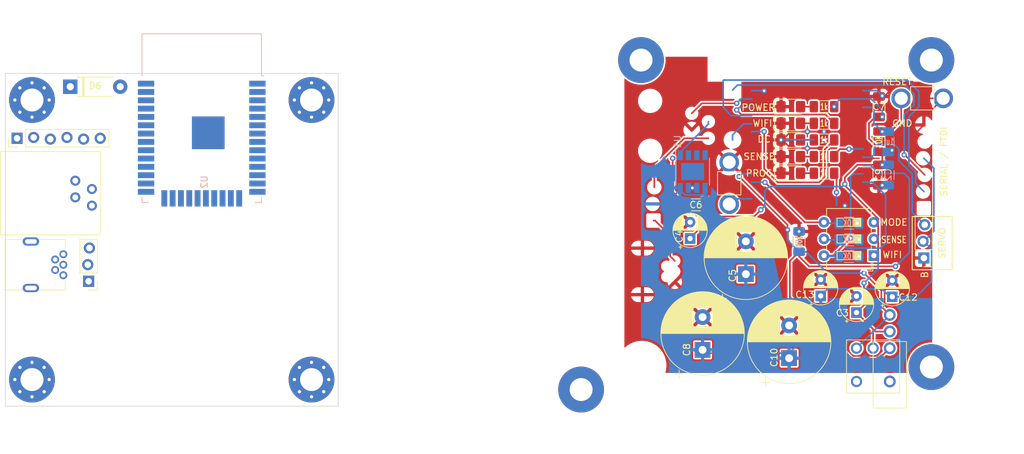
<source format=kicad_pcb>
(kicad_pcb (version 20211014) (generator pcbnew)
  (layers (0 "F.Cu" signal) (31 "B.Cu" signal) (34 "B.Paste" user) (35 "F.Paste" user) (36 "B.SilkS" user "B.Silkscreen") (37 "F.SilkS" user "F.Silkscreen") (38 "B.Mask" user) (39 "F.Mask" user) (44 "Edge.Cuts" user))
  (net 0 "")
  (net 1 "GND")
  (net 2 "Net-(D1-Pad2)")
  (net 3 "Net-(D2-Pad2)")
  (net 4 "Net-(D3-Pad2)")
  (net 5 "Net-(D4-Pad2)")
  (net 6 "Net-(D5-Pad2)")
  (net 7 "/RXD_5V")
  (net 8 "/RXD")
  (net 9 "+3.3V")
  (net 10 "/WIFI_STATUS")
  (net 11 "/DC_STATUS")
  (net 12 "/SENSE_LED")
  (net 13 "/GPIO_13")
  (net 14 "/MAN_ON")
  (net 15 "/MAN_OFF")
  (net 16 "/WIFI_E")
  (net 17 "/SENSE_E")
  (net 18 "/MODE")
  (net 19 "/RESET")
  (net 20 "VCC")
  (net 31 "/GPIO_0")
  (net 39 "/TXD")
  (net 41 "/SERVO")
  (net 44 "Net-(J3-Pad1)")
  (net 48 "/SENSE")
  (net 49 "Net-(J4-Pad4)")
  (footprint "LED_SMD:LED_1206_3216Metric_Pad1.42x1.75mm_HandSolder" (layer "F.Cu") (at 195.58 73.66)
    (fp_text reference "D4" hide)
    (fp_text value "LED")
  )
  (footprint "Resistor_SMD:R_1206_3216Metric_Pad1.30x1.75mm_HandSolder" (layer "F.Cu") (at 200.66 68.58)
    (fp_text reference "R2")
    (fp_text value "1k")
  )
  (footprint "Resistor_SMD:R_1206_3216Metric_Pad1.30x1.75mm_HandSolder" (layer "F.Cu") (at 200.66 66.04)
    (fp_text reference "R1")
    (fp_text value "1k")
  )
  (footprint "Resistor_SMD:R_1206_3216Metric_Pad1.30x1.75mm_HandSolder" (layer "F.Cu") (at 196.85 86.64 90)
    (fp_text reference "R7" hide)
    (fp_text value "10K")
  )
  (footprint "00_Adams_footprints:BST13T1AVR" (layer "F.Cu") (at 210.693 102.909 90)
    (fp_text reference "SW2" hide)
    (fp_text value "SW_SPDT_MSM")
  )
  (footprint "LED_SMD:LED_1206_3216Metric_Pad1.42x1.75mm_HandSolder" (layer "F.Cu") (at 195.58 66.04)
    (fp_text reference "D1" hide)
    (fp_text value "LED")
  )
  (footprint "00_Adams_footprints:PinHeader_1x03_0.1in lock" (layer "F.Cu") (at 215.9 89.139 180)
    (fp_text reference "J1" hide)
    (fp_text value "Conn_01x03_Male")
  )
  (footprint "MountingHole:MountingHole_3.5mm_Pad_TopBottom" (layer "F.Cu") (at 217.043 58.928)
    (fp_text reference "REF**" hide)
    (fp_text value "MountingHole_3.5mm_Pad_TopBottom")
  )
  (footprint "Resistor_SMD:R_1206_3216Metric_Pad1.30x1.75mm_HandSolder" (layer "F.Cu") (at 200.66 71.12)
    (fp_text reference "R3")
    (fp_text value "1k")
  )
  (footprint "Capacitor_THT:CP_Radial_D5.0mm_P2.50mm" (layer "F.Cu") (at 211.074 95.058113 90)
    (fp_text reference "C12")
    (fp_text value "100uf")
  )
  (footprint "projectLib:pb CKN12301-ND" (layer "F.Cu") (at 186.182 77.724 180)
    (fp_text reference "PROG1" hide)
    (fp_text value "SW_Push")
  )
  (footprint "Capacitor_SMD:C_1206_3216Metric_Pad1.33x1.80mm_HandSolder" (layer "F.Cu") (at 181.102 81.026)
    (fp_text reference "C6")
    (fp_text value "0.1uf")
  )
  (footprint "MountingHole:MountingHole_3.5mm_Pad" (layer "F.Cu") (at 217.043 105.791)
    (fp_text reference "REF**" hide)
    (fp_text value "MountingHole_3.5mm_Pad")
  )
  (footprint "MountingHole:MountingHole_3.5mm_Pad" (layer "F.Cu") (at 163.576 109.22 90)
    (fp_text reference "REF**" hide)
    (fp_text value "MountingHole_3.5mm_Pad")
  )
  (footprint "Capacitor_SMD:C_1206_3216Metric_Pad1.33x1.80mm_HandSolder" (layer "F.Cu") (at 209.042 76.48 -90)
    (fp_text reference "C9")
    (fp_text value "0.1uf")
  )
  (footprint "projectLib:usb" (layer "F.Cu") (at 75.639 90.17 -90)
    (fp_text reference "J3" hide)
    (fp_text value "USB_B_Micro" hide)
  )
  (footprint "MountingHole:MountingHole_3.5mm_Pad_Via" (layer "F.Cu") (at 122.428 107.696)
    (fp_text reference "REF**" hide)
    (fp_text value "MountingHole_3.5mm_Pad_Via" hide)
  )
  (footprint "Capacitor_THT:CP_Radial_D12.5mm_P5.00mm" (layer "F.Cu") (at 195.326 104.431959 90)
    (fp_text reference "C10")
    (fp_text value "1000uf")
  )
  (footprint "MountingHole:MountingHole_3.5mm_Pad_Via" (layer "F.Cu") (at 122.428 65.024)
    (fp_text reference "REF**" hide)
    (fp_text value "MountingHole_3.5mm_Pad_Via" hide)
  )
  (footprint "Capacitor_THT:CP_Radial_D5.0mm_P2.50mm" (layer "F.Cu") (at 180.213 86.168113 90)
    (fp_text reference "C4")
    (fp_text value "100uf")
  )
  (footprint "00_Adams_footprints:PinHeader_1x03_0.1in lock" (layer "F.Cu") (at 88.392 92.695 180)
    (fp_text reference "J5" hide)
    (fp_text value "Conn_01x03_Male" hide)
  )
  (footprint "Capacitor_THT:CP_Radial_D12.5mm_P5.00mm" (layer "F.Cu") (at 182.118 103.161959 90)
    (fp_text reference "C8")
    (fp_text value "1000uf")
  )
  (footprint "Resistor_SMD:R_1206_3216Metric_Pad1.30x1.75mm_HandSolder" (layer "F.Cu") (at 209.042 71.374 -90)
    (fp_text reference "R11" hide)
    (fp_text value "10K")
  )
  (footprint "Capacitor_THT:CP_Radial_D5.0mm_P2.50mm" (layer "F.Cu") (at 205.613 97.471113 90)
    (fp_text reference "C3")
    (fp_text value "100uf")
  )
  (footprint "MountingHole:MountingHole_3.5mm_Pad_Via" (layer "F.Cu") (at 79.756 65.024)
    (fp_text reference "REF**" hide)
    (fp_text value "MountingHole_3.5mm_Pad_Via" hide)
  )
  (footprint "00_Adams_footprints:PinHeader_1x06, .1in Lock" (layer "F.Cu") (at 77.47 70.866 90)
    (fp_text reference "J2" hide)
    (fp_text value "Conn_01x06_Male" hide)
  )
  (footprint "Capacitor_THT:CP_Radial_D5.0mm_P2.50mm" (layer "F.Cu") (at 200.152 94.931113 90)
    (fp_text reference "C13")
    (fp_text value "100uf")
  )
  (footprint "LED_SMD:LED_1206_3216Metric_Pad1.42x1.75mm_HandSolder" (layer "F.Cu") (at 195.58 76.2)
    (fp_text reference "D5" hide)
    (fp_text value "LED")
  )
  (footprint "Button_Switch_THT:SW_DIP_SPSTx03_Slide_6.7x9.18mm_W7.62mm_P2.54mm_LowProfile" (layer "F.Cu") (at 208.27 88.773 180)
    (fp_text reference "SW1" hide)
    (fp_text value "SW_DIP_x03")
  )
  (footprint "00_Adams_footprints:400AWMSP3R1BLKM6QE rocker" (layer "F.Cu") (at 210.693 102.909 90)
    (fp_text reference "SW4" hide)
    (fp_text value "SW_SPDT_MSM")
  )
  (footprint "MountingHole:MountingHole_3.5mm_Pad" (layer "F.Cu") (at 172.72 58.928)
    (fp_text reference "REF**" hide)
    (fp_text value "MountingHole_3.5mm_Pad")
  )
  (footprint "Capacitor_SMD:C_1206_3216Metric_Pad1.33x1.80mm_HandSolder" (layer "F.Cu") (at 209.042 66.04 90)
    (fp_text reference "C7")
    (fp_text value "0.1uf" hide)
  )
  (footprint "projectLib:pb CKN12301-ND" (layer "F.Cu") (at 215.646 64.77 90)
    (fp_text reference "RST1" hide)
    (fp_text value "SW_Push")
  )
  (footprint "Diode_THT:D_DO-41_SOD81_P7.62mm_Horizontal" (layer "F.Cu") (at 85.598 62.992)
    (fp_text reference "D6")
    (fp_text value "D")
  )
  (footprint "Resistor_SMD:R_1206_3216Metric_Pad1.30x1.75mm_HandSolder" (layer "F.Cu") (at 200.66 73.66)
    (fp_text reference "R4")
    (fp_text value "1k")
  )
  (footprint "Capacitor_THT:CP_Radial_D12.5mm_P5.00mm" (layer "F.Cu") (at 188.722 91.604959 90)
    (fp_text reference "C5")
    (fp_text value "1000uf")
  )
  (footprint "LED_SMD:LED_1206_3216Metric_Pad1.42x1.75mm_HandSolder" (layer "F.Cu") (at 195.58 68.58)
    (fp_text reference "D2" hide)
    (fp_text value "LED")
  )
  (footprint "projectLib:modjack" (layer "F.Cu") (at 80.01 75.438 -90)
    (fp_text reference "J4" hide)
    (fp_text value "RJ9")
  )
  (footprint "LED_SMD:LED_1206_3216Metric_Pad1.42x1.75mm_HandSolder" (layer "F.Cu") (at 195.58 71.12)
    (fp_text reference "D3" hide)
    (fp_text value "LED")
  )
  (footprint "Resistor_SMD:R_1206_3216Metric_Pad1.30x1.75mm_HandSolder" (layer "F.Cu") (at 200.66 76.2)
    (fp_text reference "R5")
    (fp_text value "1k")
  )
  (footprint "MountingHole:MountingHole_3.5mm_Pad_Via" (layer "F.Cu") (at 79.756 107.696)
    (fp_text reference "REF**" hide)
    (fp_text value "MountingHole_3.5mm_Pad_Via" hide)
  )
  (footprint "Resistor_SMD:R_1206_3216Metric_Pad1.30x1.75mm_HandSolder" (layer "B.Cu") (at 196.85 86.64 90)
    (fp_text reference "R6" hide)
    (fp_text value "10K")
  )
  (footprint "Capacitor_SMD:C_1206_3216Metric_Pad1.33x1.80mm_HandSolder" (layer "B.Cu") (at 210.439 71.4 90)
    (fp_text reference "C11" hide)
    (fp_text value "1uf")
  )
  (footprint "Package_SO:Diodes_SO-8EP" (layer "B.Cu") (at 180.594 75.946 -90)
    (fp_text reference "U1")
    (fp_text value "AP2112M-3.3")
  )
  (footprint "00_Adams_footprints:ESP32-WROOM-32" (layer "B.Cu") (at 105.664 70.782 180)
    (fp_text reference "U2")
    (fp_text value "ESP32-WROOM-32D")
  )
  (footprint "Resistor_SMD:R_1206_3216Metric_Pad1.30x1.75mm_HandSolder" (layer "B.Cu") (at 204.47 88.9)
    (fp_text reference "R8")
    (fp_text value "10K")
  )
  (footprint "Resistor_SMD:R_1206_3216Metric_Pad1.30x1.75mm_HandSolder" (layer "B.Cu") (at 204.47 83.82)
    (fp_text reference "R10" hide)
    (fp_text value "10K")
  )
  (footprint "Resistor_SMD:R_1206_3216Metric_Pad1.30x1.75mm_HandSolder" (layer "B.Cu") (at 204.47 86.36)
    (fp_text reference "R9" hide)
    (fp_text value "10K")
  )
  (footprint "Capacitor_SMD:C_1206_3216Metric_Pad1.33x1.80mm_HandSolder" (layer "B.Cu") (at 210.439 76.454 -90)
    (fp_text reference "C2")
    (fp_text value "0.1uf")
  )
  (gr_rect (start 214.122 90.932) (end 220.218 82.804) (layer "F.SilkS") (width 0.15) (fill none))
  (gr_rect (start 75.692 60.96) (end 126.492 111.76) (layer "Edge.Cuts") (width 0.1) (fill none))
  (gr_text "SENSE" (at 190.754 73.66) (layer "F.SilkS") (effects (font (size 1 1))))
  (gr_text "MODE" (at 211.328 83.693) (layer "F.SilkS") (effects (font (size 1 1))))
  (gr_text "SERVO" (at 218.694 86.868 90) (layer "F.SilkS") (effects (font (size 1 1))))
  (gr_text "POWER" (at 190.627 66.167) (layer "F.SilkS") (effects (font (size 1 1))))
  (gr_text "B" (at 216.027 91.694 90) (layer "F.SilkS") (effects (font (size 1 1))))
  (gr_text "DC" (at 191.516 70.993) (layer "F.SilkS") (effects (font (size 1 1))))
  (gr_text "PROG" (at 190.754 76.2) (layer "F.SilkS") (effects (font (size 1 1))))
  (gr_text "RESET" (at 211.836 62.23) (layer "F.SilkS") (effects (font (size 1 1))))
  (gr_text "WIFI" (at 211.074 88.646) (layer "F.SilkS") (effects (font (size 1 1))))
  (gr_text "GND" (at 212.598 68.58) (layer "F.SilkS") (effects (font (size 1 1))))
  (gr_text "WIFI" (at 191.262 68.58) (layer "F.SilkS") (effects (font (size 1 1))))
  (gr_text "SERIAL / FTDI" (at 218.948 74.422 90) (layer "F.SilkS") (effects (font (size 1 1))))
  (gr_text "SENSE" (at 211.328 86.36) (layer "F.SilkS") (effects (font (size 1 0.8128))))
  (segment (start 194.0925 71.12) (end 194.31 71.12) (width 0.25) (layer "F.Cu") (net 1))
  (segment (start 218.846 64.77) (end 215.9 67.716) (width 0.25) (layer "F.Cu") (net 1))
  (segment (start 209.931 64.389) (end 212.09 62.23) (width 0.25) (layer "F.Cu") (net 1))
  (segment (start 205.74 86.36) (end 206.02 86.36) (width 0.25) (layer "F.Cu") (net 1))
  (segment (start 209.55 64.389) (end 209.931 64.389) (width 0.25) (layer "F.Cu") (net 1))
  (segment (start 194.31 71.12) (end 195.58 69.85) (width 0.25) (layer "F.Cu") (net 1))
  (segment (start 205.74 83.82) (end 205.74 86.36) (width 0.25) (layer "F.Cu") (net 1))
  (segment (start 206.02 86.36) (end 206.02 88.865402) (width 0.25) (layer "F.Cu") (net 1))
  (segment (start 214.122 62.23) (end 216.662 64.77) (width 0.25) (layer "F.Cu") (net 1))
  (segment (start 194.31 71.12) (end 195.58 72.39) (width 0.25) (layer "F.Cu") (net 1))
  (segment (start 195.58 69.85) (end 198.12 69.85) (width 0.25) (layer "F.Cu") (net 1))
  (segment (start 215.9 67.716) (end 215.9 68.834) (width 0.25) (layer "F.Cu") (net 1))
  (segment (start 198.12 69.85) (end 200.66 69.85) (width 0.25) (layer "F.Cu") (net 1))
  (segment (start 206.02 88.865402) (end 206.002701 88.882701) (width 0.25) (layer "F.Cu") (net 1))
  (segment (start 195.58 72.39) (end 198.12 72.39) (width 0.25) (layer "F.Cu") (net 1))
  (segment (start 212.0345 72.6995) (end 215.9 68.834) (width 0.25) (layer "F.Cu") (net 1))
  (segment (start 212.09 62.23) (end 214.122 62.23) (width 0.25) (layer "F.Cu") (net 1))
  (segment (start 216.662 64.77) (end 218.846 64.77) (width 0.25) (layer "F.Cu") (net 1))
  (segment (start 211.0245 72.6995) (end 212.0345 72.6995) (width 0.25) (layer "F.Cu") (net 1))
  (via (at 180.5515 78.4435) (size 0.8) (drill 0.4) (layers "F.Cu" "B.Cu") (net 1))
  (via (at 198.12 69.85) (size 0.8) (drill 0.4) (layers "F.Cu" "B.Cu") (net 1))
  (via (at 206.002701 88.882701) (size 0.8) (drill 0.4) (layers "F.Cu" "B.Cu") (net 1))
  (via (at 200.66 71.12) (size 0.8) (drill 0.4) (layers "F.Cu" "B.Cu") (net 1))
  (via (at 209.55 78.0425) (size 0.8) (drill 0.4) (layers "F.Cu" "B.Cu") (net 1))
  (via (at 206.02 86.36) (size 0.8) (drill 0.4) (layers "F.Cu" "B.Cu") (net 1))
  (via (at 209.55 64.389) (size 0.8) (drill 0.4) (layers "F.Cu" "B.Cu") (net 1))
  (via (at 200.66 69.85) (size 0.8) (drill 0.4) (layers "F.Cu" "B.Cu") (net 1))
  (via (at 198.12 72.39) (size 0.8) (drill 0.4) (layers "F.Cu" "B.Cu") (net 1))
  (via (at 203.835 81.153) (size 0.8) (drill 0.4) (layers "F.Cu" "B.Cu") (net 1))
  (via (at 205.74 83.82) (size 0.8) (drill 0.4) (layers "F.Cu" "B.Cu") (net 1))
  (via (at 211.0245 72.6995) (size 0.8) (drill 0.4) (layers "F.Cu" "B.Cu") (net 1))
  (via (at 191.516 63.627) (size 0.8) (drill 0.4) (layers "F.Cu" "B.Cu") (net 1))
  (via (at 194.0925 71.12) (size 0.8) (drill 0.4) (layers "F.Cu" "B.Cu") (net 1))
  (via (at 196.85 85.09) (size 0.8) (drill 0.4) (layers "F.Cu" "B.Cu") (net 1))
  (segment (start 194.335 71.095) (end 194.31 71.12) (width 0.25) (layer "B.Cu") (net 1))
  (segment (start 199.12 71.095) (end 194.335 71.095) (width 0.25) (layer "B.Cu") (net 1))
  (segment (start 210.7615 72.9625) (end 211.0245 72.6995) (width 0.25) (layer "B.Cu") (net 1))
  (segment (start 206.62 63.595) (end 208.756 63.595) (width 0.25) (layer "B.Cu") (net 1))
  (segment (start 179.959 78.4435) (end 180.5515 78.4435) (width 0.25) (layer "B.Cu") (net 1))
  (segment (start 208.756 63.595) (end 209.55 64.389) (width 0.25) (layer "B.Cu") (net 1))
  (segment (start 181.229 78.4435) (end 180.5515 78.4435) (width 0.25) (layer "B.Cu") (net 1))
  (segment (start 194.31 71.12) (end 194.0925 71.12) (width 0.25) (layer "B.Cu") (net 1))
  (segment (start 203.835 81.105) (end 203.835 81.153) (width 0.25) (layer "B.Cu") (net 1))
  (segment (start 191.484 63.595) (end 189.62 63.595) (width 0.25) (layer "B.Cu") (net 1))
  (segment (start 191.516 63.627) (end 191.484 63.595) (width 0.25) (layer "B.Cu") (net 1))
  (segment (start 206.02 83.82) (end 205.74 83.82) (width 0.25) (layer "B.Cu") (net 1))
  (segment (start 197.0675 66.04) (end 199.11 66.04) (width 0.25) (layer "F.Cu") (net 2))
  (segment (start 197.0675 68.58) (end 199.11 68.58) (width 0.25) (layer "F.Cu") (net 3))
  (segment (start 197.0675 71.12) (end 199.11 71.12) (width 0.25) (layer "F.Cu") (net 4))
  (segment (start 199.11 73.66) (end 197.0675 73.66) (width 0.25) (layer "F.Cu") (net 5))
  (segment (start 199.11 76.2) (end 197.0675 76.2) (width 0.25) (layer "F.Cu") (net 6))
  (segment (start 212.979 73.406) (end 212.8895 73.406) (width 0.25) (layer "F.Cu") (net 7))
  (segment (start 216.027 76.454) (end 212.979 73.406) (width 0.25) (layer "F.Cu") (net 7))
  (via (at 212.8895 73.406) (size 0.8) (drill 0.4) (layers "F.Cu" "B.Cu") (net 7))
  (segment (start 212.8895 73.406) (end 212.8895 67.2725) (width 0.25) (layer "B.Cu") (net 7))
  (segment (start 212.99494 62.738) (end 187.452 62.738) (width 0.25) (layer "B.Cu") (net 7))
  (segment (start 214.376 65.786) (end 214.376 64.11906) (width 0.25) (layer "B.Cu") (net 7))
  (segment (start 212.8895 67.2725) (end 214.376 65.786) (width 0.25) (layer "B.Cu") (net 7))
  (segment (start 214.376 64.11906) (end 212.99494 62.738) (width 0.25) (layer "B.Cu") (net 7))
  (segment (start 187.452 62.738) (end 186.69 63.5) (width 0.25) (layer "B.Cu") (net 7))
  (segment (start 186.69 70.355) (end 186.69 71.12) (width 0.25) (layer "B.Cu") (net 8))
  (segment (start 188.37 68.675) (end 186.69 70.355) (width 0.25) (layer "B.Cu") (net 8))
  (segment (start 189.62 68.675) (end 188.37 68.675) (width 0.25) (layer "B.Cu") (net 8))
  (segment (start 208.4955 67.6025) (end 209.55 67.6025) (width 0.25) (layer "F.Cu") (net 9))
  (segment (start 206.756 92.964) (end 206.756 96.328113) (width 0.25) (layer "F.Cu") (net 9))
  (segment (start 180.213 86.168113) (end 180.213 86.106) (width 0.25) (layer "F.Cu") (net 9))
  (segment (start 177.546 79.0325) (end 177.546 73.914) (width 0.25) (layer "F.Cu") (net 9))
  (segment (start 207.518 70.918) (end 207.518 68.58) (width 0.25) (layer "F.Cu") (net 9))
  (segment (start 191.008 81.788) (end 189.992 82.804) (width 0.25) (layer "F.Cu") (net 9))
  (segment (start 206.756 96.328113) (end 205.613 97.471113) (width 0.25) (layer "F.Cu") (net 9))
  (segment (start 205.613 97.471113) (end 208.153 100.011113) (width 0.25) (layer "F.Cu") (net 9))
  (segment (start 203.835 76.835) (end 205.7525 74.9175) (width 0.25) (layer "F.Cu") (net 9))
  (segment (start 203.835 78.07) (end 208.915 83.15) (width 0.25) (layer "F.Cu") (net 9))
  (segment (start 189.992 82.804) (end 182.626 82.804) (width 0.25) (layer "F.Cu") (net 9))
  (segment (start 209.55 74.9175) (end 209.55 72.95) (width 0.25) (layer "F.Cu") (net 9))
  (segment (start 179.5395 81.026) (end 177.546 79.0325) (width 0.25) (layer "F.Cu") (net 9))
  (segment (start 179.5395 81.026) (end 181.3175 82.804) (width 0.25) (layer "F.Cu") (net 9))
  (segment (start 207.518 68.58) (end 208.4955 67.6025) (width 0.25) (layer "F.Cu") (net 9))
  (segment (start 208.510887 100.369) (end 210.693 100.369) (width 0.25) (layer "F.Cu") (net 9))
  (segment (start 203.835 77.851) (end 203.835 78.07) (width 0.25) (layer "F.Cu") (net 9))
  (segment (start 208.915 83.15) (end 208.915 88.9) (width 0.25) (layer "F.Cu") (net 9))
  (segment (start 205.7525 74.9175) (end 209.55 74.9175) (width 0.25) (layer "F.Cu") (net 9))
  (segment (start 203.835 77.851) (end 203.835 76.835) (width 0.25) (layer "F.Cu") (net 9))
  (segment (start 208.153 100.011113) (end 208.510887 100.369) (width 0.25) (layer "F.Cu") (net 9))
  (segment (start 209.55 72.95) (end 207.518 70.918) (width 0.25) (layer "F.Cu") (net 9))
  (segment (start 180.213 86.106) (end 182.626 83.693) (width 0.25) (layer "F.Cu") (net 9))
  (segment (start 182.626 83.693) (end 182.626 82.804) (width 0.25) (layer "F.Cu") (net 9))
  (segment (start 208.153 100.011113) (end 208.153 102.87) (width 0.25) (layer "F.Cu") (net 9))
  (segment (start 181.3175 82.804) (end 182.626 82.804) (width 0.25) (layer "F.Cu") (net 9))
  (via (at 206.756 92.964) (size 0.8) (drill 0.4) (layers "F.Cu" "B.Cu") (net 9))
  (via (at 177.546 73.914) (size 0.8) (drill 0.4) (layers "F.Cu" "B.Cu") (net 9))
  (via (at 203.835 77.851) (size 0.8) (drill 0.4) (layers "F.Cu" "B.Cu") (net 9))
  (via (at 191.008 81.788) (size 0.8) (drill 0.4) (layers "F.Cu" "B.Cu") (net 9))
  (via (at 209.55 74.9175) (size 0.8) (drill 0.4) (layers "F.Cu" "B.Cu") (net 9))
  (via (at 209.55 67.6025) (size 0.8) (drill 0.4) (layers "F.Cu" "B.Cu") (net 9))
  (via (at 202.21 66.04) (size 0.8) (drill 0.4) (layers "F.Cu" "B.Cu") (net 9))
  (segment (start 178.689 73.025) (end 183.007 68.707) (width 0.25) (layer "B.Cu") (net 9))
  (segment (start 203.454 78.232) (end 192.278 78.232) (width 0.25) (layer "B.Cu") (net 9))
  (segment (start 208.915 88.773) (end 208.915 90.805) (width 0.25) (layer "B.Cu") (net 9))
  (segment (start 178.689 73.7025) (end 178.689 73.025) (width 0.25) (layer "B.Cu") (net 9))
  (segment (start 183.007 68.707) (end 183.007 68.326) (width 0.25) (layer "B.Cu") (net 9))
  (segment (start 191.63 78.88) (end 191.63 81.166) (width 0.25) (layer "B.Cu") (net 9))
  (segment (start 178.4775 73.914) (end 178.689 73.7025) (width 0.25) (layer "B.Cu") (net 9))
  (segment (start 206.62 64.865) (end 203.105 64.865) (width 0.25) (layer "B.Cu") (net 9))
  (segment (start 209.55 66.545) (end 209.55 67.6025) (width 0.25) (layer "B.Cu") (net 9))
  (segment (start 207.01 92.71) (end 206.756 92.964) (width 0.25) (layer "B.Cu") (net 9))
  (segment (start 203.835 77.851) (end 203.454 78.232) (width 0.25) (layer "B.Cu") (net 9))
  (segment (start 191.63 81.166) (end 191.008 81.788) (width 0.25) (layer "B.Cu") (net 9))
  (segment (start 206.62 64.865) (end 207.87 64.865) (width 0.25) (layer "B.Cu") (net 9))
  (segment (start 203.105 64.865) (end 201.93 66.04) (width 0.25) (layer "B.Cu") (net 9))
  (segment (start 207.87 64.865) (end 209.55 66.545) (width 0.25) (layer "B.Cu") (net 9))
  (segment (start 208.915 90.805) (end 207.01 92.71) (width 0.25) (layer "B.Cu") (net 9))
  (segment (start 177.546 73.914) (end 178.4775 73.914) (width 0.25) (layer "B.Cu") (net 9))
  (segment (start 201.93 66.04) (end 202.21 66.04) (width 0.25) (layer "B.Cu") (net 9))
  (segment (start 192.278 78.232) (end 191.63 78.88) (width 0.25) (layer "B.Cu") (net 9))
  (segment (start 200.87 67.24) (end 202.21 68.58) (width 0.25) (layer "F.Cu") (net 10))
  (segment (start 187.325 66.548) (end 188.017 67.24) (width 0.25) (layer "F.Cu") (net 10))
  (segment (start 188.017 67.24) (end 200.87 67.24) (width 0.25) (layer "F.Cu") (net 10))
  (via (at 187.325 66.548) (size 0.8) (drill 0.4) (layers "F.Cu" "B.Cu") (net 10))
  (segment (start 187.738 66.135) (end 189.62 66.135) (width 0.25) (layer "B.Cu") (net 10))
  (segment (start 187.325 66.548) (end 187.738 66.135) (width 0.25) (layer "B.Cu") (net 10))
  (segment (start 191.516 75.524172) (end 193.588828 77.597) (width 0.25) (layer "F.Cu") (net 11))
  (segment (start 199.898 77.597) (end 200.787 76.708) (width 0.25) (layer "F.Cu") (net 11))
  (segment (start 200.787 72.543) (end 202.21 71.12) (width 0.25) (layer "F.Cu") (net 11))
  (segment (start 200.787 76.708) (end 200.787 72.543) (width 0.25) (layer "F.Cu") (net 11))
  (segment (start 191.516 69.85) (end 191.516 75.524172) (width 0.25) (layer "F.Cu") (net 11))
  (segment (start 193.588828 77.597) (end 199.898 77.597) (width 0.25) (layer "F.Cu") (net 11))
  (via (at 191.516 69.85) (size 0.8) (drill 0.4) (layers "F.Cu" "B.Cu") (net 11))
  (segment (start 191.516 69.85) (end 189.715 69.85) (width 0.25) (layer "B.Cu") (net 11))
  (segment (start 189.715 69.85) (end 189.62 69.945) (width 0.25) (layer "B.Cu") (net 11))
  (segment (start 202.21 73.38) (end 202.21 73.66) (width 0.25) (layer "F.Cu") (net 12))
  (segment (start 204.47 72.517) (end 203.073 72.517) (width 0.25) (layer "F.Cu") (net 12))
  (segment (start 203.073 72.517) (end 202.21 73.38) (width 0.25) (layer "F.Cu") (net 12))
  (via (at 204.47 72.517) (size 0.8) (drill 0.4) (layers "F.Cu" "B.Cu") (net 12))
  (segment (start 204.502 72.485) (end 206.62 72.485) (width 0.25) (layer "B.Cu") (net 12))
  (segment (start 204.47 72.517) (end 204.502 72.485) (width 0.25) (layer "B.Cu") (net 12))
  (segment (start 202.565 79.121) (end 202.565 76.555) (width 0.25) (layer "F.Cu") (net 13))
  (segment (start 202.565 76.555) (end 202.21 76.2) (width 0.25) (layer "F.Cu") (net 13))
  (via (at 202.565 79.121) (size 0.8) (drill 0.4) (layers "F.Cu" "B.Cu") (net 13))
  (segment (start 202.565 81.105) (end 202.565 79.121) (width 0.25) (layer "B.Cu") (net 13))
  (segment (start 209.409256 96.545256) (end 210.693 97.829) (width 0.25) (layer "F.Cu") (net 14))
  (segment (start 195.072 84.074) (end 187.706 76.708) (width 0.25) (layer "F.Cu") (net 14))
  (segment (start 195.072 84.836) (end 195.072 84.074) (width 0.25) (layer "F.Cu") (net 14))
  (segment (start 206.756 91.44) (end 209.409256 94.093256) (width 0.25) (layer "F.Cu") (net 14))
  (segment (start 209.409256 94.093256) (end 209.409256 96.545256) (width 0.25) (layer "F.Cu") (net 14))
  (via (at 206.756 91.44) (size 0.8) (drill 0.4) (layers "F.Cu" "B.Cu") (net 14))
  (via (at 187.706 76.708) (size 0.8) (drill 0.4) (layers "F.Cu" "B.Cu") (net 14))
  (via (at 195.072 84.836) (size 0.8) (drill 0.4) (layers "F.Cu" "B.Cu") (net 14))
  (segment (start 188.119 76.295) (end 189.62 76.295) (width 0.25) (layer "B.Cu") (net 14))
  (segment (start 205.652 102.87) (end 205.613 102.87) (width 0.25) (layer "B.Cu") (net 14))
  (segment (start 195.072 84.836) (end 195.072 86.412) (width 0.25) (layer "B.Cu") (net 14))
  (segment (start 201.168 91.44) (end 206.756 91.44) (width 0.25) (layer "B.Cu") (net 14))
  (segment (start 187.706 76.708) (end 188.119 76.295) (width 0.25) (layer "B.Cu") (net 14))
  (segment (start 197.918 88.19) (end 201.168 91.44) (width 0.25) (layer "B.Cu") (net 14))
  (segment (start 210.693 97.829) (end 205.652 102.87) (width 0.25) (layer "B.Cu") (net 14))
  (segment (start 195.072 86.412) (end 196.85 88.19) (width 0.25) (layer "B.Cu") (net 14))
  (segment (start 196.85 88.19) (end 197.918 88.19) (width 0.25) (layer "B.Cu") (net 14))
  (segment (start 198.374 90.424) (end 211.582 90.424) (width 0.25) (layer "F.Cu") (net 15))
  (segment (start 196.85 88.19) (end 196.85 88.9) (width 0.25) (layer "F.Cu") (net 15))
  (segment (start 195.449676 89.590324) (end 195.449676 95.119676) (width 0.25) (layer "F.Cu") (net 15))
  (segment (start 210.693 102.87) (end 210.693 102.909) (width 0.25) (layer "F.Cu") (net 15))
  (segment (start 208.974278 104.588722) (end 210.693 102.87) (width 0.25) (layer "F.Cu") (net 15))
  (segment (start 204.918722 104.588722) (end 208.974278 104.588722) (width 0.25) (layer "F.Cu") (net 15))
  (segment (start 195.449676 95.119676) (end 204.918722 104.588722) (width 0.25) (layer "F.Cu") (net 15))
  (segment (start 196.85 88.19) (end 195.449676 89.590324) (width 0.25) (layer "F.Cu") (net 15))
  (segment (start 196.85 88.9) (end 198.374 90.424) (width 0.25) (layer "F.Cu") (net 15))
  (via (at 211.582 90.424) (size 0.8) (drill 0.4) (layers "F.Cu" "B.Cu") (net 15))
  (segment (start 206.62 75.025) (end 207.781827 75.025) (width 0.25) (layer "B.Cu") (net 15))
  (segment (start 207.781827 75.025) (end 208.956827 76.2) (width 0.25) (layer "B.Cu") (net 15))
  (segment (start 208.956827 76.2) (end 212.852 76.2) (width 0.25) (layer "B.Cu") (net 15))
  (segment (start 213.672 88.334) (end 211.582 90.424) (width 0.25) (layer "B.Cu") (net 15))
  (segment (start 212.852 76.2) (end 213.672 77.02) (width 0.25) (layer "B.Cu") (net 15))
  (segment (start 213.672 77.02) (end 213.672 88.334) (width 0.25) (layer "B.Cu") (net 15))
  (segment (start 202.057 88.773) (end 200.65 88.773) (width 0.25) (layer "F.Cu") (net 16))
  (segment (start 204.724 86.106) (end 202.057 88.773) (width 0.25) (layer "F.Cu") (net 16))
  (via (at 204.724 86.106) (size 0.8) (drill 0.4) (layers "F.Cu" "B.Cu") (net 16))
  (segment (start 202.92 88.9) (end 200.777 88.9) (width 0.25) (layer "B.Cu") (net 16))
  (segment (start 204.724 76.691) (end 204.724 86.106) (width 0.25) (layer "B.Cu") (net 16))
  (segment (start 200.777 88.9) (end 200.65 88.773) (width 0.25) (layer "B.Cu") (net 16))
  (segment (start 205.12 76.295) (end 204.724 76.691) (width 0.25) (layer "B.Cu") (net 16))
  (segment (start 206.62 76.295) (end 205.12 76.295) (width 0.25) (layer "B.Cu") (net 16))
  (segment (start 210.058 86.868) (end 210.058 79.575805) (width 0.25) (layer "B.Cu") (net 17))
  (segment (start 204.19 87.63) (end 209.296 87.63) (width 0.25) (layer "B.Cu") (net 17))
  (segment (start 202.92 86.36) (end 200.777 86.36) (width 0.25) (layer "B.Cu") (net 17))
  (segment (start 202.92 86.36) (end 204.19 87.63) (width 0.25) (layer "B.Cu") (net 17))
  (segment (start 209.296 87.63) (end 210.058 86.868) (width 0.25) (layer "B.Cu") (net 17))
  (segment (start 200.777 86.36) (end 200.65 86.233) (width 0.25) (layer "B.Cu") (net 17))
  (segment (start 208.047195 77.565) (end 206.62 77.565) (width 0.25) (layer "B.Cu") (net 17))
  (segment (start 210.058 79.575805) (end 208.047195 77.565) (width 0.25) (layer "B.Cu") (net 17))
  (segment (start 200.65 83.693) (end 197.739 83.693) (width 0.25) (layer "F.Cu") (net 18))
  (segment (start 197.739 83.693) (end 191.643 77.597) (width 0.25) (layer "F.Cu") (net 18))
  (via (at 191.643 77.597) (size 0.8) (drill 0.4) (layers "F.Cu" "B.Cu") (net 18))
  (segment (start 200.777 83.82) (end 200.65 83.693) (width 0.25) (layer "B.Cu") (net 18))
  (segment (start 191.611 77.565) (end 191.643 77.597) (width 0.25) (layer "B.Cu") (net 18))
  (segment (start 189.62 77.565) (end 191.611 77.565) (width 0.25) (layer "B.Cu") (net 18))
  (segment (start 202.92 83.82) (end 200.777 83.82) (width 0.25) (layer "B.Cu") (net 18))
  (segment (start 212.446 68.224) (end 212.446 64.77) (width 0.25) (layer "F.Cu") (net 19))
  (segment (start 210.82 69.85) (end 212.446 68.224) (width 0.25) (layer "F.Cu") (net 19))
  (segment (start 209.55 69.85) (end 210.82 69.85) (width 0.25) (layer "F.Cu") (net 19))
  (via (at 209.55 69.85) (size 0.8) (drill 0.4) (layers "F.Cu" "B.Cu") (net 19))
  (segment (start 208.28 68.5675) (end 209.55 69.8375) (width 0.25) (layer "B.Cu") (net 19))
  (segment (start 206.62 66.135) (end 207.87 66.135) (width 0.25) (layer "B.Cu") (net 19))
  (segment (start 208.28 66.545) (end 208.28 68.5675) (width 0.25) (layer "B.Cu") (net 19))
  (segment (start 209.55 69.8375) (end 209.55 69.85) (width 0.25) (layer "B.Cu") (net 19))
  (segment (start 207.87 66.135) (end 208.28 66.545) (width 0.25) (layer "B.Cu") (net 19))
  (segment (start 178.689 78.4435) (end 178.689 78.795) (width 0.25) (layer "B.Cu") (net 20))
  (segment (start 178.689 78.4435) (end 178.689 78.6975) (width 0.25) (layer "B.Cu") (net 20))
  (segment (start 182.626 103.669959) (end 182.118 103.161959) (width 0.25) (layer "B.Cu") (net 20))
  (segment (start 217.075 87.774) (end 215.9 86.599) (width 0.25) (layer "B.Cu") (net 20))
  (segment (start 178.689 78.795) (end 179.415 79.521) (width 0.25) (layer "B.Cu") (net 20))
  (segment (start 176.5025 80.884) (end 178.689 78.6975) (width 0.25) (layer "B.Cu") (net 20))
  (segment (start 215.9 86.599) (end 217.075 85.424) (width 0.25) (layer "B.Cu") (net 20))
  (segment (start 217.075 85.376) (end 217.424 85.027) (width 0.25) (layer "B.Cu") (net 20))
  (segment (start 188.722 91.604959) (end 188.722 103.632) (width 0.25) (layer "B.Cu") (net 20))
  (segment (start 200.152 98.843959) (end 195.326 103.669959) (width 0.25) (layer "B.Cu") (net 20))
  (segment (start 209.481 93.846113) (end 201.237 93.846113) (width 0.25) (layer "B.Cu") (net 20))
  (segment (start 174.498 80.884) (end 176.5025 80.884) (width 0.25) (layer "B.Cu") (net 20))
  (segment (start 210.693 95.058113) (end 209.481 93.846113) (width 0.25) (layer "B.Cu") (net 20))
  (segment (start 217.075 85.424) (end 217.075 85.376) (width 0.25) (layer "B.Cu") (net 20))
  (segment (start 217.075 92.678) (end 214.694887 95.058113) (width 0.25) (layer "B.Cu") (net 20))
  (segment (start 214.694887 95.058113) (end 210.693 95.058113) (width 0.25) (layer "B.Cu") (net 20))
  (segment (start 195.326 103.669959) (end 195.326 104.431959) (width 0.25) (layer "B.Cu") (net 20))
  (segment (start 217.075 87.774) (end 217.075 92.678) (width 0.25) (layer "B.Cu") (net 20))
  (segment (start 200.152 94.931113) (end 200.152 98.843959) (width 0.25) (layer "B.Cu") (net 20))
  (segment (start 217.424 75.438) (end 215.9 73.914) (width 0.25) (layer "B.Cu") (net 20))
  (segment (start 194.564 103.669959) (end 188.684041 103.669959) (width 0.25) (layer "B.Cu") (net 20))
  (segment (start 217.424 85.027) (end 217.424 75.438) (width 0.25) (layer "B.Cu") (net 20))
  (segment (start 195.326 104.431959) (end 194.564 103.669959) (width 0.25) (layer "B.Cu") (net 20))
  (segment (start 182.499 79.121) (end 182.499 78.4435) (width 0.25) (layer "B.Cu") (net 20))
  (segment (start 188.684041 103.669959) (end 182.626 103.669959) (width 0.25) (layer "B.Cu") (net 20))
  (segment (start 182.099 79.521) (end 182.499 79.121) (width 0.25) (layer "B.Cu") (net 20))
  (segment (start 201.237 93.846113) (end 200.152 94.931113) (width 0.25) (layer "B.Cu") (net 20))
  (segment (start 179.415 79.521) (end 182.099 79.521) (width 0.25) (layer "B.Cu") (net 20))
  (segment (start 217.075 85.376) (end 217.075 87.774) (width 0.25) (layer "B.Cu") (net 20))
  (segment (start 188.722 103.632) (end 188.684041 103.669959) (width 0.25) (layer "B.Cu") (net 20))
  (segment (start 189.62 80.105) (end 187.001 80.105) (width 0.25) (layer "B.Cu") (net 31))
  (segment (start 187.001 80.105) (end 186.182 80.924) (width 0.25) (layer "B.Cu") (net 31))
  (segment (start 185.265 66.148305) (end 186.521695 67.405) (width 0.25) (layer "B.Cu") (net 39))
  (segment (start 214.63 77.724) (end 214.63 76.073) (width 0.25) (layer "B.Cu") (net 39))
  (segment (start 215.138 66.04) (end 215.138 63.754) (width 0.25) (layer "B.Cu") (net 39))
  (segment (start 185.265 62.075) (end 185.265 66.148305) (width 0.25) (layer "B.Cu") (net 39))
  (segment (start 213.614 67.564) (end 215.138 66.04) (width 0.25) (layer "B.Cu") (net 39))
  (segment (start 186.521695 67.405) (end 189.62 67.405) (width 0.25) (layer "B.Cu") (net 39))
  (segment (start 185.364 61.976) (end 185.265 62.075) (width 0.25) (layer "B.Cu") (net 39))
  (segment (start 215.9 78.994) (end 214.63 77.724) (width 0.25) (layer "B.Cu") (net 39))
  (segment (start 213.36 61.976) (end 185.364 61.976) (width 0.25) (layer "B.Cu") (net 39))
  (segment (start 215.138 63.754) (end 213.36 61.976) (width 0.25) (layer "B.Cu") (net 39))
  (segment (start 213.614 75.057) (end 213.614 67.564) (width 0.25) (layer "B.Cu") (net 39))
  (segment (start 214.63 76.073) (end 213.614 75.057) (width 0.25) (layer "B.Cu") (net 39))
  (segment (start 214.122 82.154) (end 216.027 84.059) (width 0.25) (layer "B.Cu") (net 41))
  (segment (start 212.09 72.517) (end 212.09 74.295) (width 0.25) (layer "B.Cu") (net 41))
  (segment (start 208.325 72.311827) (end 208.325 73.3) (width 0.25) (layer "B.Cu") (net 41))
  (segment (start 207.87 73.755) (end 206.62 73.755) (width 0.25) (layer "B.Cu") (net 41))
  (segment (start 212.09 74.295) (end 214.122 76.327) (width 0.25) (layer "B.Cu") (net 41))
  (segment (start 214.122 76.327) (end 214.122 82.154) (width 0.25) (layer "B.Cu") (net 41))
  (segment (start 211.455 71.882) (end 208.754827 71.882) (width 0.25) (layer "B.Cu") (net 41))
  (segment (start 208.325 73.3) (end 207.87 73.755) (width 0.25) (layer "B.Cu") (net 41))
  (segment (start 211.455 71.882) (end 212.09 72.517) (width 0.25) (layer "B.Cu") (net 41))
  (segment (start 208.754827 71.882) (end 208.325 72.311827) (width 0.25) (layer "B.Cu") (net 41))
  (segment (start 177.884 89.586) (end 177.165 88.867) (width 0.25) (layer "F.Cu") (net 44))
  (segment (start 177.165 88.867) (end 177.165 85.725) (width 0.25) (layer "F.Cu") (net 44))
  (segment (start 174.864 83.424) (end 174.625 83.424) (width 0.25) (layer "F.Cu") (net 44))
  (segment (start 177.165 85.725) (end 174.864 83.424) (width 0.25) (layer "F.Cu") (net 44))
  (segment (start 187.325 65.532) (end 181.991 65.532) (width 0.25) (layer "F.Cu") (net 48))
  (segment (start 181.991 65.532) (end 180.467 67.056) (width 0.25) (layer "F.Cu") (net 48))
  (via (at 187.325 65.532) (size 0.8) (drill 0.4) (layers "F.Cu" "B.Cu") (net 48))
  (segment (start 187.992 64.865) (end 187.325 65.532) (width 0.25) (layer "B.Cu") (net 48))
  (segment (start 189.62 64.865) (end 187.992 64.865) (width 0.25) (layer "B.Cu") (net 48))
  (segment (start 183.007 70.866) (end 179.324 70.866) (width 0.25) (layer "F.Cu") (net 49))
  (segment (start 179.324 70.866) (end 174.752 75.438) (width 0.25) (layer "F.Cu") (net 49))
  (segment (start 174.752 75.438) (end 174.752 78.344) (width 0.25) (layer "F.Cu") (net 49))
  (zone (net 1) (net_name "GND") (layer "F.Cu") (connect_pads (clearance 0.25)) (min_thickness 0.125) (fill yes (thermal_gap 0.508) (thermal_bridge_width 0.508))
    (polygon (pts (xy 182.88 62.23) (xy 217.17 62.23) (xy 217.17 106.68) (xy 170.18 106.68) (xy 170.18 58.42) (xy 182.88 58.42)))
  )
  (zone (net 20) (net_name "VCC") (layer "B.Cu") (connect_pads (clearance 0.635)) (min_thickness 0.254) (fill yes (thermal_gap 0.508) (thermal_bridge_width 0.508))
    (polygon (pts (xy 188.214 83.312) (xy 190.5 85.979) (xy 190.5 87.63) (xy 193.04 88.9) (xy 194.31 95.25) (xy 217.17 95.25) (xy 217.17 106.68) (xy 172.72 106.68) (xy 172.72 73.66) (xy 179.07 73.66)))
  )
)
</source>
